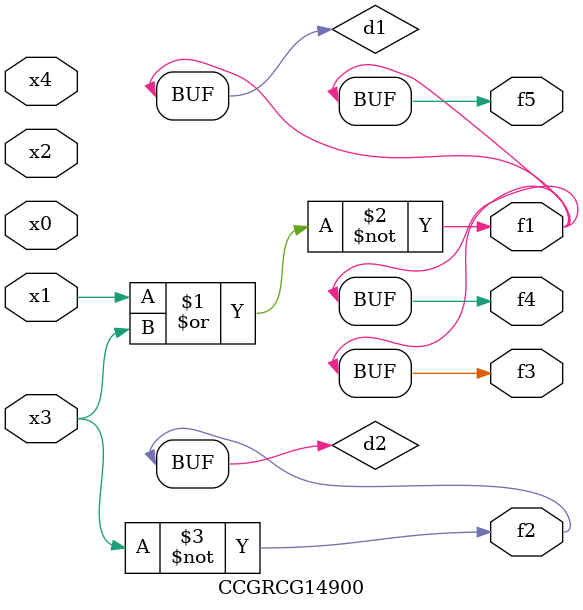
<source format=v>
module CCGRCG14900(
	input x0, x1, x2, x3, x4,
	output f1, f2, f3, f4, f5
);

	wire d1, d2;

	nor (d1, x1, x3);
	not (d2, x3);
	assign f1 = d1;
	assign f2 = d2;
	assign f3 = d1;
	assign f4 = d1;
	assign f5 = d1;
endmodule

</source>
